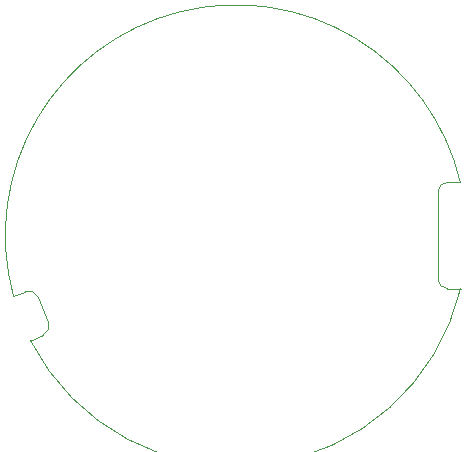
<source format=gbr>
%TF.GenerationSoftware,KiCad,Pcbnew,5.1.9-73d0e3b20d~88~ubuntu18.04.1*%
%TF.CreationDate,2021-01-11T11:23:41+01:00*%
%TF.ProjectId,saba-fernbedienung-anschlussstecker,73616261-2d66-4657-926e-62656469656e,1*%
%TF.SameCoordinates,Original*%
%TF.FileFunction,Profile,NP*%
%FSLAX46Y46*%
G04 Gerber Fmt 4.6, Leading zero omitted, Abs format (unit mm)*
G04 Created by KiCad (PCBNEW 5.1.9-73d0e3b20d~88~ubuntu18.04.1) date 2021-01-11 11:23:41*
%MOMM*%
%LPD*%
G01*
G04 APERTURE LIST*
%TA.AperFunction,Profile*%
%ADD10C,0.050000*%
%TD*%
G04 APERTURE END LIST*
D10*
X148999998Y-75500002D02*
X147900000Y-75500000D01*
X113700000Y-88400000D02*
X112600001Y-88899999D01*
X112174611Y-84769148D02*
X111148644Y-85086873D01*
X147900000Y-84500000D02*
X149019137Y-84499151D01*
X149019137Y-84499151D02*
G75*
G02*
X112600001Y-88899999I-19019137J4499151D01*
G01*
X111148644Y-85086873D02*
G75*
G02*
X148999998Y-75500002I18851356J5086873D01*
G01*
X113230852Y-85174611D02*
X114123831Y-87351001D01*
X147100000Y-83700000D02*
X147100000Y-76300000D01*
X112174611Y-84769148D02*
G75*
G02*
X113230852Y-85174611I325389J-730852D01*
G01*
X114123831Y-87351001D02*
G75*
G02*
X113700000Y-88400000I-736415J-312584D01*
G01*
X147900000Y-84500000D02*
G75*
G02*
X147100000Y-83700000I0J800000D01*
G01*
X147100000Y-76300000D02*
G75*
G02*
X147900000Y-75500000I800000J0D01*
G01*
M02*

</source>
